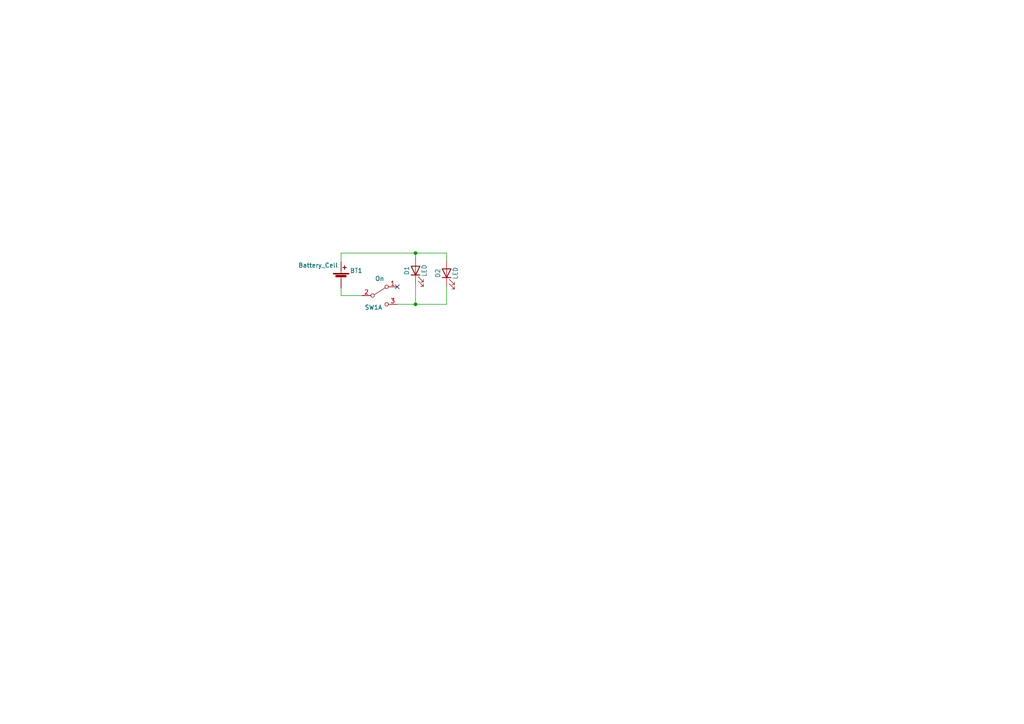
<source format=kicad_sch>
(kicad_sch (version 20211123) (generator eeschema)
  (paper "A4")
  (title_block (title "AjoloteBoard") (date "2019-10-15") (rev "0.3") (company "Electronic Cats") (comment 1 "Andres Sabas") (comment 2 "Eduardo Contreras"))
  (lib_symbols
    (symbol "Device:Battery_Cell" (pin_numbers hide) (pin_names (offset 0) hide)
      (property "Reference" "BT" (at 2.54 2.54 0))
      (property "Value" "Battery_Cell" (at 2.54 0 0))
      (symbol "Battery_Cell_0_1"
        (rectangle (start -2.286 1.778) (end 2.286 1.524) (fill (type outline)))
        (rectangle (start -1.5748 1.1938) (end 1.4732 0.6858) (fill (type outline)))
        (polyline (pts (xy 0 0.762) (xy 0 0)))
        (polyline (pts (xy 0 1.778) (xy 0 2.54)))
        (polyline (pts (xy 0.508 3.429) (xy 1.524 3.429)) (stroke (width 0.254)))
        (polyline (pts (xy 1.016 3.937) (xy 1.016 2.921)) (stroke (width 0.254)))
      )
      (symbol "Battery_Cell_1_1"
        (pin passive line (at 0 5.08 270) (length 2.54) (name "+") (number "1"))
        (pin passive line (at 0 -2.54 90) (length 2.54) (name "-") (number "2"))
      )
    )
    (symbol "Device:LED" (pin_numbers hide) (pin_names (offset 1.016) hide)
      (property "Reference" "D" (at 0 2.54 0))
      (property "Value" "LED" (at 0 -2.54 0))
      (symbol "LED_0_1"
        (polyline (pts (xy -1.27 -1.27) (xy -1.27 1.27)) (stroke (width 0.254)))
        (polyline (pts (xy -1.27 0) (xy 1.27 0)))
        (polyline (pts (xy 1.27 -1.27) (xy 1.27 1.27) (xy -1.27 0) (xy 1.27 -1.27)) (stroke (width 0.254)))
        (polyline (pts (xy -3.048 -0.762) (xy -4.572 -2.286) (xy -3.81 -2.286) (xy -4.572 -2.286) (xy -4.572 -1.524)))
        (polyline (pts (xy -1.778 -0.762) (xy -3.302 -2.286) (xy -2.54 -2.286) (xy -3.302 -2.286) (xy -3.302 -1.524)))
      )
      (symbol "LED_1_1"
        (pin passive line (at -3.81 0 0) (length 2.54) (name "K") (number "1"))
        (pin passive line (at 3.81 0 180) (length 2.54) (name "A") (number "2"))
      )
    )
    (symbol "Switch:SW_DPDT_x2" (pin_names (offset 0) hide)
      (property "Reference" "SW" (at 0 4.318 0))
      (property "Value" "SW_DPDT_x2" (at 0 -5.08 0))
      (symbol "SW_DPDT_x2_0_0"
        (circle (center -2.032 0) (radius 0.508))
        (circle (center 2.032 -2.54) (radius 0.508))
      )
      (symbol "SW_DPDT_x2_0_1"
        (polyline (pts (xy -1.524 0.254) (xy 1.651 2.286)))
        (circle (center 2.032 2.54) (radius 0.508))
      )
      (symbol "SW_DPDT_x2_1_1"
        (pin passive line (at 5.08 2.54 180) (length 2.54) (name "A") (number "1"))
        (pin passive line (at -5.08 0 0) (length 2.54) (name "B") (number "2"))
        (pin passive line (at 5.08 -2.54 180) (length 2.54) (name "C") (number "3"))
      )
      (symbol "SW_DPDT_x2_2_1"
        (pin passive line (at 5.08 2.54 180) (length 2.54) (name "A") (number "4"))
        (pin passive line (at -5.08 0 0) (length 2.54) (name "B") (number "5"))
        (pin passive line (at 5.08 -2.54 180) (length 2.54) (name "C") (number "6"))
      )
    )
  )
  (junction (at 120.523 73.406))
  (junction (at 120.523 88.265))
  (no_connect (at 115.189 83.185))
  (wire (pts (xy 115.189 88.265) (xy 120.523 88.265)))
  (wire (pts (xy 120.523 88.265) (xy 129.54 88.265)))
  (wire (pts (xy 129.54 88.265) (xy 129.54 83.058)))
  (wire (pts (xy 120.523 74.676) (xy 120.523 73.406)))
  (wire (pts (xy 120.523 88.265) (xy 120.523 82.296)))
  (wire (pts (xy 129.54 73.406) (xy 129.54 75.438)))
  (wire (pts (xy 98.933 75.946) (xy 98.933 73.406)))
  (wire (pts (xy 98.933 85.725) (xy 105.029 85.725)))
  (wire (pts (xy 98.933 73.406) (xy 120.523 73.406)))
  (wire (pts (xy 120.523 73.406) (xy 129.54 73.406)))
  (wire (pts (xy 98.933 83.566) (xy 98.933 85.725)))
  (symbol (lib_id "Device:LED") (at 120.523 78.486 90) (unit 1)
    (property "Reference" "D1" (at 117.983 78.486 0))
    (property "Value" "LED" (at 123.063 78.486 0))
    (property "Footprint" "LED_THT:LED_D5.0mm_Clear" (effects hide))
  )
  (symbol (lib_id "Device:LED") (at 129.54 79.248 90) (unit 1)
    (property "Reference" "D2" (at 127 79.248 0))
    (property "Value" "LED" (at 132.08 79.248 0))
    (property "Footprint" "LED_THT:LED_D5.0mm_Clear" (effects hide))
  )
  (symbol (lib_id "Device:Battery_Cell") (at 98.933 81.026 0) (unit 1)
    (property "Reference" "BT1" (at 101.473 78.486 0) (effects (justify left)))
    (property "Value" "Battery_Cell" (at 86.487 76.962 0) (effects (justify left)))
    (property "Footprint" "footprints:79523141" (effects hide))
  )
  (symbol (lib_id "Switch:SW_DPDT_x2") (at 110.109 85.725 0) (unit 1)
    (property "Reference" "SW1" (at 108.331 89.154 0))
    (property "Value" "On" (at 110.109 80.7974 0))
    (property "Footprint" "footprints:Micro_interruptor_SPDT" (effects hide))
  )
)
</source>
